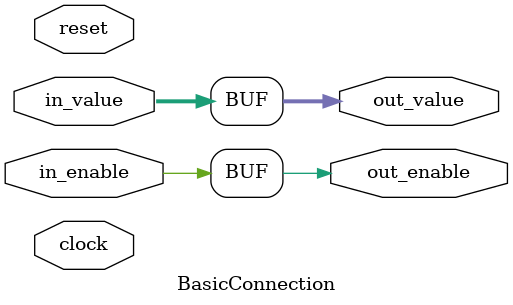
<source format=v>
module BasicConnection(
  input         clock,
  input         reset,
  input  [15:0] in_value,
  input         in_enable,
  output [15:0] out_value,
  output        out_enable
);
  assign out_value = in_value; // @[BasicConnection.scala 15:12]
  assign out_enable = in_enable; // @[BasicConnection.scala 16:13]
endmodule

</source>
